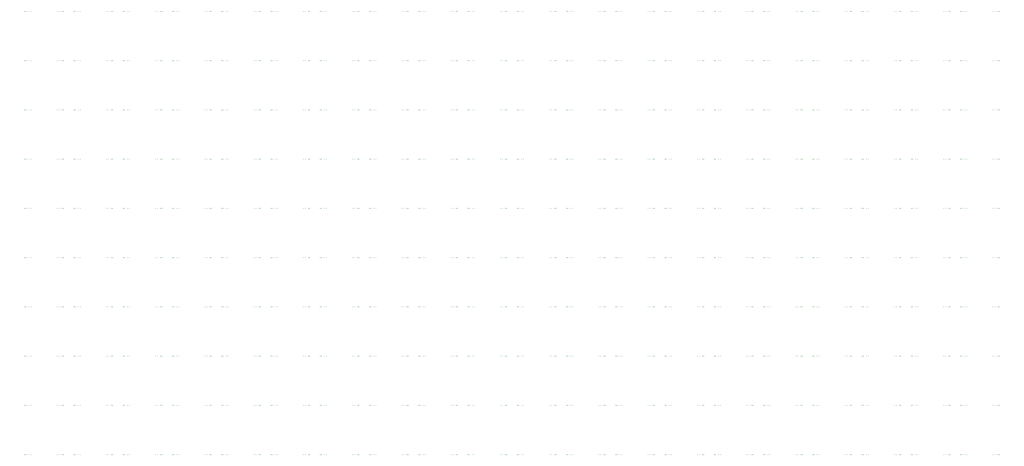
<source format=gtp>
G04 Layer_Color=8421504*
%FSLAX25Y25*%
%MOIN*%
G70*
G01*
G75*
%ADD10R,0.02480X0.01417*%
%ADD11R,0.02362X0.01969*%
D10*
X3022935Y1595698D02*
D03*
X3029117D02*
D03*
X3022935Y1438218D02*
D03*
X3029117D02*
D03*
X3022935Y1280738D02*
D03*
X3029117D02*
D03*
X3022935Y1123258D02*
D03*
X3029117D02*
D03*
X3022935Y965777D02*
D03*
X3029117D02*
D03*
X3022935Y808297D02*
D03*
X3029117D02*
D03*
X3022935Y650816D02*
D03*
X3029117D02*
D03*
X3022935Y493336D02*
D03*
X3029117D02*
D03*
X3022935Y335856D02*
D03*
X3029117D02*
D03*
X3022935Y178376D02*
D03*
X3029117D02*
D03*
X3118796Y1595702D02*
D03*
X3112613D02*
D03*
X3118796Y1438221D02*
D03*
X3112613D02*
D03*
X3118796Y1280741D02*
D03*
X3112613D02*
D03*
X3118796Y1123261D02*
D03*
X3112613D02*
D03*
X3118796Y965780D02*
D03*
X3112613D02*
D03*
X3118796Y808300D02*
D03*
X3112613D02*
D03*
X3118796Y650820D02*
D03*
X3112613D02*
D03*
X3118796Y493339D02*
D03*
X3112613D02*
D03*
X3118796Y335859D02*
D03*
X3112613D02*
D03*
X3118796Y178379D02*
D03*
X3112613D02*
D03*
X2865454Y1595698D02*
D03*
X2871637D02*
D03*
X2865454Y1438218D02*
D03*
X2871637D02*
D03*
X2865454Y1280738D02*
D03*
X2871637D02*
D03*
X2865454Y1123258D02*
D03*
X2871637D02*
D03*
X2865454Y965777D02*
D03*
X2871637D02*
D03*
X2865454Y808297D02*
D03*
X2871637D02*
D03*
X2865454Y650816D02*
D03*
X2871637D02*
D03*
X2865454Y493336D02*
D03*
X2871637D02*
D03*
X2865454Y335856D02*
D03*
X2871637D02*
D03*
X2865454Y178376D02*
D03*
X2871637D02*
D03*
X2961316Y1595702D02*
D03*
X2955133D02*
D03*
X2961316Y1438221D02*
D03*
X2955133D02*
D03*
X2961316Y1280741D02*
D03*
X2955133D02*
D03*
X2961316Y1123261D02*
D03*
X2955133D02*
D03*
X2961316Y965780D02*
D03*
X2955133D02*
D03*
X2961316Y808300D02*
D03*
X2955133D02*
D03*
X2961316Y650820D02*
D03*
X2955133D02*
D03*
X2961316Y493339D02*
D03*
X2955133D02*
D03*
X2961316Y335859D02*
D03*
X2955133D02*
D03*
X2961316Y178379D02*
D03*
X2955133D02*
D03*
X2707974Y1595698D02*
D03*
X2714157D02*
D03*
X2707974Y1438218D02*
D03*
X2714157D02*
D03*
X2707974Y1280738D02*
D03*
X2714157D02*
D03*
X2707974Y1123258D02*
D03*
X2714157D02*
D03*
X2707974Y965777D02*
D03*
X2714157D02*
D03*
X2707974Y808297D02*
D03*
X2714157D02*
D03*
X2707974Y650816D02*
D03*
X2714157D02*
D03*
X2707974Y493336D02*
D03*
X2714157D02*
D03*
X2707974Y335856D02*
D03*
X2714157D02*
D03*
X2707974Y178376D02*
D03*
X2714157D02*
D03*
X2803835Y1595702D02*
D03*
X2797653D02*
D03*
X2803835Y1438221D02*
D03*
X2797653D02*
D03*
X2803835Y1280741D02*
D03*
X2797653D02*
D03*
X2803835Y1123261D02*
D03*
X2797653D02*
D03*
X2803835Y965780D02*
D03*
X2797653D02*
D03*
X2803835Y808300D02*
D03*
X2797653D02*
D03*
X2803835Y650820D02*
D03*
X2797653D02*
D03*
X2803835Y493339D02*
D03*
X2797653D02*
D03*
X2803835Y335859D02*
D03*
X2797653D02*
D03*
X2803835Y178379D02*
D03*
X2797653D02*
D03*
X2550494Y1595698D02*
D03*
X2556676D02*
D03*
X2550494Y1438218D02*
D03*
X2556676D02*
D03*
X2550494Y1280738D02*
D03*
X2556676D02*
D03*
X2550494Y1123258D02*
D03*
X2556676D02*
D03*
X2550494Y965777D02*
D03*
X2556676D02*
D03*
X2550494Y808297D02*
D03*
X2556676D02*
D03*
X2550494Y650816D02*
D03*
X2556676D02*
D03*
X2550494Y493336D02*
D03*
X2556676D02*
D03*
X2550494Y335856D02*
D03*
X2556676D02*
D03*
X2550494Y178376D02*
D03*
X2556676D02*
D03*
X2646355Y1595702D02*
D03*
X2640172D02*
D03*
X2646355Y1438221D02*
D03*
X2640172D02*
D03*
X2646355Y1280741D02*
D03*
X2640172D02*
D03*
X2646355Y1123261D02*
D03*
X2640172D02*
D03*
X2646355Y965780D02*
D03*
X2640172D02*
D03*
X2646355Y808300D02*
D03*
X2640172D02*
D03*
X2646355Y650820D02*
D03*
X2640172D02*
D03*
X2646355Y493339D02*
D03*
X2640172D02*
D03*
X2646355Y335859D02*
D03*
X2640172D02*
D03*
X2646355Y178379D02*
D03*
X2640172D02*
D03*
X2393013Y1595698D02*
D03*
X2399196D02*
D03*
X2393013Y1438218D02*
D03*
X2399196D02*
D03*
X2393013Y1280738D02*
D03*
X2399196D02*
D03*
X2393013Y1123258D02*
D03*
X2399196D02*
D03*
X2393013Y965777D02*
D03*
X2399196D02*
D03*
X2393013Y808297D02*
D03*
X2399196D02*
D03*
X2393013Y650816D02*
D03*
X2399196D02*
D03*
X2393013Y493336D02*
D03*
X2399196D02*
D03*
X2393013Y335856D02*
D03*
X2399196D02*
D03*
X2393013Y178376D02*
D03*
X2399196D02*
D03*
X2488875Y1595702D02*
D03*
X2482692D02*
D03*
X2488875Y1438221D02*
D03*
X2482692D02*
D03*
X2488875Y1280741D02*
D03*
X2482692D02*
D03*
X2488875Y1123261D02*
D03*
X2482692D02*
D03*
X2488875Y965780D02*
D03*
X2482692D02*
D03*
X2488875Y808300D02*
D03*
X2482692D02*
D03*
X2488875Y650820D02*
D03*
X2482692D02*
D03*
X2488875Y493339D02*
D03*
X2482692D02*
D03*
X2488875Y335859D02*
D03*
X2482692D02*
D03*
X2488875Y178379D02*
D03*
X2482692D02*
D03*
X2235533Y1595698D02*
D03*
X2241716D02*
D03*
X2235533Y1438218D02*
D03*
X2241716D02*
D03*
X2235533Y1280738D02*
D03*
X2241716D02*
D03*
X2235533Y1123258D02*
D03*
X2241716D02*
D03*
X2235533Y965777D02*
D03*
X2241716D02*
D03*
X2235533Y808297D02*
D03*
X2241716D02*
D03*
X2235533Y650816D02*
D03*
X2241716D02*
D03*
X2235533Y493336D02*
D03*
X2241716D02*
D03*
X2235533Y335856D02*
D03*
X2241716D02*
D03*
X2235533Y178376D02*
D03*
X2241716D02*
D03*
X2331395Y1595702D02*
D03*
X2325212D02*
D03*
X2331395Y1438221D02*
D03*
X2325212D02*
D03*
X2331395Y1280741D02*
D03*
X2325212D02*
D03*
X2331395Y1123261D02*
D03*
X2325212D02*
D03*
X2331395Y965780D02*
D03*
X2325212D02*
D03*
X2331395Y808300D02*
D03*
X2325212D02*
D03*
X2331395Y650820D02*
D03*
X2325212D02*
D03*
X2331395Y493339D02*
D03*
X2325212D02*
D03*
X2331395Y335859D02*
D03*
X2325212D02*
D03*
X2331395Y178379D02*
D03*
X2325212D02*
D03*
X2078053Y1595698D02*
D03*
X2084236D02*
D03*
X2078053Y1438218D02*
D03*
X2084236D02*
D03*
X2078053Y1280738D02*
D03*
X2084236D02*
D03*
X2078053Y1123258D02*
D03*
X2084236D02*
D03*
X2078053Y965777D02*
D03*
X2084236D02*
D03*
X2078053Y808297D02*
D03*
X2084236D02*
D03*
X2078053Y650816D02*
D03*
X2084236D02*
D03*
X2078053Y493336D02*
D03*
X2084236D02*
D03*
X2078053Y335856D02*
D03*
X2084236D02*
D03*
X2078053Y178376D02*
D03*
X2084236D02*
D03*
X2173914Y1595702D02*
D03*
X2167731D02*
D03*
X2173914Y1438221D02*
D03*
X2167731D02*
D03*
X2173914Y1280741D02*
D03*
X2167731D02*
D03*
X2173914Y1123261D02*
D03*
X2167731D02*
D03*
X2173914Y965780D02*
D03*
X2167731D02*
D03*
X2173914Y808300D02*
D03*
X2167731D02*
D03*
X2173914Y650820D02*
D03*
X2167731D02*
D03*
X2173914Y493339D02*
D03*
X2167731D02*
D03*
X2173914Y335859D02*
D03*
X2167731D02*
D03*
X2173914Y178379D02*
D03*
X2167731D02*
D03*
X1920572Y1595698D02*
D03*
X1926755D02*
D03*
X1920572Y1438218D02*
D03*
X1926755D02*
D03*
X1920572Y1280738D02*
D03*
X1926755D02*
D03*
X1920572Y1123258D02*
D03*
X1926755D02*
D03*
X1920572Y965777D02*
D03*
X1926755D02*
D03*
X1920572Y808297D02*
D03*
X1926755D02*
D03*
X1920572Y650816D02*
D03*
X1926755D02*
D03*
X1920572Y493336D02*
D03*
X1926755D02*
D03*
X1920572Y335856D02*
D03*
X1926755D02*
D03*
X1920572Y178376D02*
D03*
X1926755D02*
D03*
X2016434Y1595702D02*
D03*
X2010251D02*
D03*
X2016434Y1438221D02*
D03*
X2010251D02*
D03*
X2016434Y1280741D02*
D03*
X2010251D02*
D03*
X2016434Y1123261D02*
D03*
X2010251D02*
D03*
X2016434Y965780D02*
D03*
X2010251D02*
D03*
X2016434Y808300D02*
D03*
X2010251D02*
D03*
X2016434Y650820D02*
D03*
X2010251D02*
D03*
X2016434Y493339D02*
D03*
X2010251D02*
D03*
X2016434Y335859D02*
D03*
X2010251D02*
D03*
X2016434Y178379D02*
D03*
X2010251D02*
D03*
X1763092Y1595698D02*
D03*
X1769275D02*
D03*
X1763092Y1438218D02*
D03*
X1769275D02*
D03*
X1763092Y1280738D02*
D03*
X1769275D02*
D03*
X1763092Y1123258D02*
D03*
X1769275D02*
D03*
X1763092Y965777D02*
D03*
X1769275D02*
D03*
X1763092Y808297D02*
D03*
X1769275D02*
D03*
X1763092Y650816D02*
D03*
X1769275D02*
D03*
X1763092Y493336D02*
D03*
X1769275D02*
D03*
X1763092Y335856D02*
D03*
X1769275D02*
D03*
X1763092Y178376D02*
D03*
X1769275D02*
D03*
X1858954Y1595702D02*
D03*
X1852771D02*
D03*
X1858954Y1438221D02*
D03*
X1852771D02*
D03*
X1858954Y1280741D02*
D03*
X1852771D02*
D03*
X1858954Y1123261D02*
D03*
X1852771D02*
D03*
X1858954Y965780D02*
D03*
X1852771D02*
D03*
X1858954Y808300D02*
D03*
X1852771D02*
D03*
X1858954Y650820D02*
D03*
X1852771D02*
D03*
X1858954Y493339D02*
D03*
X1852771D02*
D03*
X1858954Y335859D02*
D03*
X1852771D02*
D03*
X1858954Y178379D02*
D03*
X1852771D02*
D03*
X1605612Y1595698D02*
D03*
X1611794D02*
D03*
X1605612Y1438218D02*
D03*
X1611794D02*
D03*
X1605612Y1280738D02*
D03*
X1611794D02*
D03*
X1605612Y1123258D02*
D03*
X1611794D02*
D03*
X1605612Y965777D02*
D03*
X1611794D02*
D03*
X1605612Y808297D02*
D03*
X1611794D02*
D03*
X1605612Y650816D02*
D03*
X1611794D02*
D03*
X1605612Y493336D02*
D03*
X1611794D02*
D03*
X1605612Y335856D02*
D03*
X1611794D02*
D03*
X1605612Y178376D02*
D03*
X1611794D02*
D03*
X1701473Y1595702D02*
D03*
X1695291D02*
D03*
X1701473Y1438221D02*
D03*
X1695291D02*
D03*
X1701473Y1280741D02*
D03*
X1695291D02*
D03*
X1701473Y1123261D02*
D03*
X1695291D02*
D03*
X1701473Y965780D02*
D03*
X1695291D02*
D03*
X1701473Y808300D02*
D03*
X1695291D02*
D03*
X1701473Y650820D02*
D03*
X1695291D02*
D03*
X1701473Y493339D02*
D03*
X1695291D02*
D03*
X1701473Y335859D02*
D03*
X1695291D02*
D03*
X1701473Y178379D02*
D03*
X1695291D02*
D03*
X1448131Y1595698D02*
D03*
X1454314D02*
D03*
X1448131Y1438218D02*
D03*
X1454314D02*
D03*
X1448131Y1280738D02*
D03*
X1454314D02*
D03*
X1448131Y1123258D02*
D03*
X1454314D02*
D03*
X1448131Y965777D02*
D03*
X1454314D02*
D03*
X1448131Y808297D02*
D03*
X1454314D02*
D03*
X1448131Y650816D02*
D03*
X1454314D02*
D03*
X1448131Y493336D02*
D03*
X1454314D02*
D03*
X1448131Y335856D02*
D03*
X1454314D02*
D03*
X1448131Y178376D02*
D03*
X1454314D02*
D03*
X1543993Y1595702D02*
D03*
X1537810D02*
D03*
X1543993Y1438221D02*
D03*
X1537810D02*
D03*
X1543993Y1280741D02*
D03*
X1537810D02*
D03*
X1543993Y1123261D02*
D03*
X1537810D02*
D03*
X1543993Y965780D02*
D03*
X1537810D02*
D03*
X1543993Y808300D02*
D03*
X1537810D02*
D03*
X1543993Y650820D02*
D03*
X1537810D02*
D03*
X1543993Y493339D02*
D03*
X1537810D02*
D03*
X1543993Y335859D02*
D03*
X1537810D02*
D03*
X1543993Y178379D02*
D03*
X1537810D02*
D03*
X1290651Y1595698D02*
D03*
X1296834D02*
D03*
X1290651Y1438218D02*
D03*
X1296834D02*
D03*
X1290651Y1280738D02*
D03*
X1296834D02*
D03*
X1290651Y1123258D02*
D03*
X1296834D02*
D03*
X1290651Y965777D02*
D03*
X1296834D02*
D03*
X1290651Y808297D02*
D03*
X1296834D02*
D03*
X1290651Y650816D02*
D03*
X1296834D02*
D03*
X1290651Y493336D02*
D03*
X1296834D02*
D03*
X1290651Y335856D02*
D03*
X1296834D02*
D03*
X1290651Y178376D02*
D03*
X1296834D02*
D03*
X1386513Y1595702D02*
D03*
X1380330D02*
D03*
X1386513Y1438221D02*
D03*
X1380330D02*
D03*
X1386513Y1280741D02*
D03*
X1380330D02*
D03*
X1386513Y1123261D02*
D03*
X1380330D02*
D03*
X1386513Y965780D02*
D03*
X1380330D02*
D03*
X1386513Y808300D02*
D03*
X1380330D02*
D03*
X1386513Y650820D02*
D03*
X1380330D02*
D03*
X1386513Y493339D02*
D03*
X1380330D02*
D03*
X1386513Y335859D02*
D03*
X1380330D02*
D03*
X1386513Y178379D02*
D03*
X1380330D02*
D03*
X1133171Y1595698D02*
D03*
X1139354D02*
D03*
X1133171Y1438218D02*
D03*
X1139354D02*
D03*
X1133171Y1280738D02*
D03*
X1139354D02*
D03*
X1133171Y1123258D02*
D03*
X1139354D02*
D03*
X1133171Y965777D02*
D03*
X1139354D02*
D03*
X1133171Y808297D02*
D03*
X1139354D02*
D03*
X1133171Y650816D02*
D03*
X1139354D02*
D03*
X1133171Y493336D02*
D03*
X1139354D02*
D03*
X1133171Y335856D02*
D03*
X1139354D02*
D03*
X1133171Y178376D02*
D03*
X1139354D02*
D03*
X1229032Y1595702D02*
D03*
X1222849D02*
D03*
X1229032Y1438221D02*
D03*
X1222849D02*
D03*
X1229032Y1280741D02*
D03*
X1222849D02*
D03*
X1229032Y1123261D02*
D03*
X1222849D02*
D03*
X1229032Y965780D02*
D03*
X1222849D02*
D03*
X1229032Y808300D02*
D03*
X1222849D02*
D03*
X1229032Y650820D02*
D03*
X1222849D02*
D03*
X1229032Y493339D02*
D03*
X1222849D02*
D03*
X1229032Y335859D02*
D03*
X1222849D02*
D03*
X1229032Y178379D02*
D03*
X1222849D02*
D03*
X975690Y1595698D02*
D03*
X981873D02*
D03*
X975690Y1438218D02*
D03*
X981873D02*
D03*
X975690Y1280738D02*
D03*
X981873D02*
D03*
X975690Y1123258D02*
D03*
X981873D02*
D03*
X975690Y965777D02*
D03*
X981873D02*
D03*
X975690Y808297D02*
D03*
X981873D02*
D03*
X975690Y650816D02*
D03*
X981873D02*
D03*
X975690Y493336D02*
D03*
X981873D02*
D03*
X975690Y335856D02*
D03*
X981873D02*
D03*
X975690Y178376D02*
D03*
X981873D02*
D03*
X1071552Y1595702D02*
D03*
X1065369D02*
D03*
X1071552Y1438221D02*
D03*
X1065369D02*
D03*
X1071552Y1280741D02*
D03*
X1065369D02*
D03*
X1071552Y1123261D02*
D03*
X1065369D02*
D03*
X1071552Y965780D02*
D03*
X1065369D02*
D03*
X1071552Y808300D02*
D03*
X1065369D02*
D03*
X1071552Y650820D02*
D03*
X1065369D02*
D03*
X1071552Y493339D02*
D03*
X1065369D02*
D03*
X1071552Y335859D02*
D03*
X1065369D02*
D03*
X1071552Y178379D02*
D03*
X1065369D02*
D03*
X818210Y1595698D02*
D03*
X824393D02*
D03*
X818210Y1438218D02*
D03*
X824393D02*
D03*
X818210Y1280738D02*
D03*
X824393D02*
D03*
X818210Y1123258D02*
D03*
X824393D02*
D03*
X818210Y965777D02*
D03*
X824393D02*
D03*
X818210Y808297D02*
D03*
X824393D02*
D03*
X818210Y650816D02*
D03*
X824393D02*
D03*
X818210Y493336D02*
D03*
X824393D02*
D03*
X818210Y335856D02*
D03*
X824393D02*
D03*
X818210Y178376D02*
D03*
X824393D02*
D03*
X914072Y1595702D02*
D03*
X907889D02*
D03*
X914072Y1438221D02*
D03*
X907889D02*
D03*
X914072Y1280741D02*
D03*
X907889D02*
D03*
X914072Y1123261D02*
D03*
X907889D02*
D03*
X914072Y965780D02*
D03*
X907889D02*
D03*
X914072Y808300D02*
D03*
X907889D02*
D03*
X914072Y650820D02*
D03*
X907889D02*
D03*
X914072Y493339D02*
D03*
X907889D02*
D03*
X914072Y335859D02*
D03*
X907889D02*
D03*
X914072Y178379D02*
D03*
X907889D02*
D03*
X660730Y1595698D02*
D03*
X666913D02*
D03*
X660730Y1438218D02*
D03*
X666913D02*
D03*
X660730Y1280738D02*
D03*
X666913D02*
D03*
X660730Y1123258D02*
D03*
X666913D02*
D03*
X660730Y965777D02*
D03*
X666913D02*
D03*
X660730Y808297D02*
D03*
X666913D02*
D03*
X660730Y650816D02*
D03*
X666913D02*
D03*
X660730Y493336D02*
D03*
X666913D02*
D03*
X660730Y335856D02*
D03*
X666913D02*
D03*
X660730Y178376D02*
D03*
X666913D02*
D03*
X756591Y1595702D02*
D03*
X750409D02*
D03*
X756591Y1438221D02*
D03*
X750409D02*
D03*
X756591Y1280741D02*
D03*
X750409D02*
D03*
X756591Y1123261D02*
D03*
X750409D02*
D03*
X756591Y965780D02*
D03*
X750409D02*
D03*
X756591Y808300D02*
D03*
X750409D02*
D03*
X756591Y650820D02*
D03*
X750409D02*
D03*
X756591Y493339D02*
D03*
X750409D02*
D03*
X756591Y335859D02*
D03*
X750409D02*
D03*
X756591Y178379D02*
D03*
X750409D02*
D03*
X503250Y1595698D02*
D03*
X509432D02*
D03*
X503250Y1438218D02*
D03*
X509432D02*
D03*
X503250Y1280738D02*
D03*
X509432D02*
D03*
X503250Y1123258D02*
D03*
X509432D02*
D03*
X503250Y965777D02*
D03*
X509432D02*
D03*
X503250Y808297D02*
D03*
X509432D02*
D03*
X503250Y650816D02*
D03*
X509432D02*
D03*
X503250Y493336D02*
D03*
X509432D02*
D03*
X503250Y335856D02*
D03*
X509432D02*
D03*
X503250Y178376D02*
D03*
X509432D02*
D03*
X599111Y1595702D02*
D03*
X592928D02*
D03*
X599111Y1438221D02*
D03*
X592928D02*
D03*
X599111Y1280741D02*
D03*
X592928D02*
D03*
X599111Y1123261D02*
D03*
X592928D02*
D03*
X599111Y965780D02*
D03*
X592928D02*
D03*
X599111Y808300D02*
D03*
X592928D02*
D03*
X599111Y650820D02*
D03*
X592928D02*
D03*
X599111Y493339D02*
D03*
X592928D02*
D03*
X599111Y335859D02*
D03*
X592928D02*
D03*
X599111Y178379D02*
D03*
X592928D02*
D03*
X345769Y1595698D02*
D03*
X351952D02*
D03*
X345769Y1438218D02*
D03*
X351952D02*
D03*
X345769Y1280738D02*
D03*
X351952D02*
D03*
X345769Y1123258D02*
D03*
X351952D02*
D03*
X345769Y965777D02*
D03*
X351952D02*
D03*
X345769Y808297D02*
D03*
X351952D02*
D03*
X345769Y650816D02*
D03*
X351952D02*
D03*
X345769Y493336D02*
D03*
X351952D02*
D03*
X345769Y335856D02*
D03*
X351952D02*
D03*
X345769Y178376D02*
D03*
X351952D02*
D03*
X441631Y1595702D02*
D03*
X435448D02*
D03*
X441631Y1438221D02*
D03*
X435448D02*
D03*
X441631Y1280741D02*
D03*
X435448D02*
D03*
X441631Y1123261D02*
D03*
X435448D02*
D03*
X441631Y965780D02*
D03*
X435448D02*
D03*
X441631Y808300D02*
D03*
X435448D02*
D03*
X441631Y650820D02*
D03*
X435448D02*
D03*
X441631Y493339D02*
D03*
X435448D02*
D03*
X441631Y335859D02*
D03*
X435448D02*
D03*
X441631Y178379D02*
D03*
X435448D02*
D03*
X188289Y1595698D02*
D03*
X194472D02*
D03*
X188289Y1438218D02*
D03*
X194472D02*
D03*
X188289Y1280738D02*
D03*
X194472D02*
D03*
X188289Y1123258D02*
D03*
X194472D02*
D03*
X188289Y965777D02*
D03*
X194472D02*
D03*
X188289Y808297D02*
D03*
X194472D02*
D03*
X188289Y650816D02*
D03*
X194472D02*
D03*
X188289Y493336D02*
D03*
X194472D02*
D03*
X188289Y335856D02*
D03*
X194472D02*
D03*
X188289Y178376D02*
D03*
X194472D02*
D03*
X284151Y1595702D02*
D03*
X277968D02*
D03*
X284151Y1438221D02*
D03*
X277968D02*
D03*
X284151Y1280741D02*
D03*
X277968D02*
D03*
X284151Y1123261D02*
D03*
X277968D02*
D03*
X284151Y965780D02*
D03*
X277968D02*
D03*
X284151Y808300D02*
D03*
X277968D02*
D03*
X284151Y650820D02*
D03*
X277968D02*
D03*
X284151Y493339D02*
D03*
X277968D02*
D03*
X284151Y335859D02*
D03*
X277968D02*
D03*
X284151Y178379D02*
D03*
X277968D02*
D03*
X126670D02*
D03*
X120487D02*
D03*
X126670Y335859D02*
D03*
X120487D02*
D03*
X126670Y493339D02*
D03*
X120487D02*
D03*
X126670Y650820D02*
D03*
X120487D02*
D03*
X126670Y808300D02*
D03*
X120487D02*
D03*
X126670Y965780D02*
D03*
X120487D02*
D03*
X126670Y1123261D02*
D03*
X120487D02*
D03*
X126670Y1280741D02*
D03*
X120487D02*
D03*
X126670Y1438221D02*
D03*
X120487D02*
D03*
X126670Y1595702D02*
D03*
X120487D02*
D03*
X30809Y178376D02*
D03*
X36991D02*
D03*
X30809Y335856D02*
D03*
X36991D02*
D03*
X30809Y493336D02*
D03*
X36991D02*
D03*
X30809Y650816D02*
D03*
X36991D02*
D03*
X30809Y808297D02*
D03*
X36991D02*
D03*
X30809Y965777D02*
D03*
X36991D02*
D03*
X30809Y1123258D02*
D03*
X36991D02*
D03*
X30809Y1280738D02*
D03*
X36991D02*
D03*
X30809Y1438218D02*
D03*
X36991D02*
D03*
X30809Y1595698D02*
D03*
X36991D02*
D03*
D11*
X3012995Y1595698D02*
D03*
X3009057D02*
D03*
X3012995Y1438218D02*
D03*
X3009057D02*
D03*
X3012995Y1280738D02*
D03*
X3009057D02*
D03*
X3012995Y1123258D02*
D03*
X3009057D02*
D03*
X3012995Y965777D02*
D03*
X3009057D02*
D03*
X3012995Y808297D02*
D03*
X3009057D02*
D03*
X3012995Y650816D02*
D03*
X3009057D02*
D03*
X3012995Y493336D02*
D03*
X3009057D02*
D03*
X3012995Y335856D02*
D03*
X3009057D02*
D03*
X3012995Y178376D02*
D03*
X3009057D02*
D03*
X3128736Y1595702D02*
D03*
X3132673D02*
D03*
X3128736Y1438221D02*
D03*
X3132673D02*
D03*
X3128736Y1280741D02*
D03*
X3132673D02*
D03*
X3128736Y1123261D02*
D03*
X3132673D02*
D03*
X3128736Y965780D02*
D03*
X3132673D02*
D03*
X3128736Y808300D02*
D03*
X3132673D02*
D03*
X3128736Y650820D02*
D03*
X3132673D02*
D03*
X3128736Y493339D02*
D03*
X3132673D02*
D03*
X3128736Y335859D02*
D03*
X3132673D02*
D03*
X3128736Y178379D02*
D03*
X3132673D02*
D03*
X2855514Y1595698D02*
D03*
X2851577D02*
D03*
X2855514Y1438218D02*
D03*
X2851577D02*
D03*
X2855514Y1280738D02*
D03*
X2851577D02*
D03*
X2855514Y1123258D02*
D03*
X2851577D02*
D03*
X2855514Y965777D02*
D03*
X2851577D02*
D03*
X2855514Y808297D02*
D03*
X2851577D02*
D03*
X2855514Y650816D02*
D03*
X2851577D02*
D03*
X2855514Y493336D02*
D03*
X2851577D02*
D03*
X2855514Y335856D02*
D03*
X2851577D02*
D03*
X2855514Y178376D02*
D03*
X2851577D02*
D03*
X2971256Y1595702D02*
D03*
X2975193D02*
D03*
X2971256Y1438221D02*
D03*
X2975193D02*
D03*
X2971256Y1280741D02*
D03*
X2975193D02*
D03*
X2971256Y1123261D02*
D03*
X2975193D02*
D03*
X2971256Y965780D02*
D03*
X2975193D02*
D03*
X2971256Y808300D02*
D03*
X2975193D02*
D03*
X2971256Y650820D02*
D03*
X2975193D02*
D03*
X2971256Y493339D02*
D03*
X2975193D02*
D03*
X2971256Y335859D02*
D03*
X2975193D02*
D03*
X2971256Y178379D02*
D03*
X2975193D02*
D03*
X2698034Y1595698D02*
D03*
X2694097D02*
D03*
X2698034Y1438218D02*
D03*
X2694097D02*
D03*
X2698034Y1280738D02*
D03*
X2694097D02*
D03*
X2698034Y1123258D02*
D03*
X2694097D02*
D03*
X2698034Y965777D02*
D03*
X2694097D02*
D03*
X2698034Y808297D02*
D03*
X2694097D02*
D03*
X2698034Y650816D02*
D03*
X2694097D02*
D03*
X2698034Y493336D02*
D03*
X2694097D02*
D03*
X2698034Y335856D02*
D03*
X2694097D02*
D03*
X2698034Y178376D02*
D03*
X2694097D02*
D03*
X2813776Y1595702D02*
D03*
X2817713D02*
D03*
X2813776Y1438221D02*
D03*
X2817713D02*
D03*
X2813776Y1280741D02*
D03*
X2817713D02*
D03*
X2813776Y1123261D02*
D03*
X2817713D02*
D03*
X2813776Y965780D02*
D03*
X2817713D02*
D03*
X2813776Y808300D02*
D03*
X2817713D02*
D03*
X2813776Y650820D02*
D03*
X2817713D02*
D03*
X2813776Y493339D02*
D03*
X2817713D02*
D03*
X2813776Y335859D02*
D03*
X2817713D02*
D03*
X2813776Y178379D02*
D03*
X2817713D02*
D03*
X2540554Y1595698D02*
D03*
X2536617D02*
D03*
X2540554Y1438218D02*
D03*
X2536617D02*
D03*
X2540554Y1280738D02*
D03*
X2536617D02*
D03*
X2540554Y1123258D02*
D03*
X2536617D02*
D03*
X2540554Y965777D02*
D03*
X2536617D02*
D03*
X2540554Y808297D02*
D03*
X2536617D02*
D03*
X2540554Y650816D02*
D03*
X2536617D02*
D03*
X2540554Y493336D02*
D03*
X2536617D02*
D03*
X2540554Y335856D02*
D03*
X2536617D02*
D03*
X2540554Y178376D02*
D03*
X2536617D02*
D03*
X2656295Y1595702D02*
D03*
X2660232D02*
D03*
X2656295Y1438221D02*
D03*
X2660232D02*
D03*
X2656295Y1280741D02*
D03*
X2660232D02*
D03*
X2656295Y1123261D02*
D03*
X2660232D02*
D03*
X2656295Y965780D02*
D03*
X2660232D02*
D03*
X2656295Y808300D02*
D03*
X2660232D02*
D03*
X2656295Y650820D02*
D03*
X2660232D02*
D03*
X2656295Y493339D02*
D03*
X2660232D02*
D03*
X2656295Y335859D02*
D03*
X2660232D02*
D03*
X2656295Y178379D02*
D03*
X2660232D02*
D03*
X2383073Y1595698D02*
D03*
X2379136D02*
D03*
X2383073Y1438218D02*
D03*
X2379136D02*
D03*
X2383073Y1280738D02*
D03*
X2379136D02*
D03*
X2383073Y1123258D02*
D03*
X2379136D02*
D03*
X2383073Y965777D02*
D03*
X2379136D02*
D03*
X2383073Y808297D02*
D03*
X2379136D02*
D03*
X2383073Y650816D02*
D03*
X2379136D02*
D03*
X2383073Y493336D02*
D03*
X2379136D02*
D03*
X2383073Y335856D02*
D03*
X2379136D02*
D03*
X2383073Y178376D02*
D03*
X2379136D02*
D03*
X2498815Y1595702D02*
D03*
X2502752D02*
D03*
X2498815Y1438221D02*
D03*
X2502752D02*
D03*
X2498815Y1280741D02*
D03*
X2502752D02*
D03*
X2498815Y1123261D02*
D03*
X2502752D02*
D03*
X2498815Y965780D02*
D03*
X2502752D02*
D03*
X2498815Y808300D02*
D03*
X2502752D02*
D03*
X2498815Y650820D02*
D03*
X2502752D02*
D03*
X2498815Y493339D02*
D03*
X2502752D02*
D03*
X2498815Y335859D02*
D03*
X2502752D02*
D03*
X2498815Y178379D02*
D03*
X2502752D02*
D03*
X2225593Y1595698D02*
D03*
X2221656D02*
D03*
X2225593Y1438218D02*
D03*
X2221656D02*
D03*
X2225593Y1280738D02*
D03*
X2221656D02*
D03*
X2225593Y1123258D02*
D03*
X2221656D02*
D03*
X2225593Y965777D02*
D03*
X2221656D02*
D03*
X2225593Y808297D02*
D03*
X2221656D02*
D03*
X2225593Y650816D02*
D03*
X2221656D02*
D03*
X2225593Y493336D02*
D03*
X2221656D02*
D03*
X2225593Y335856D02*
D03*
X2221656D02*
D03*
X2225593Y178376D02*
D03*
X2221656D02*
D03*
X2341335Y1595702D02*
D03*
X2345272D02*
D03*
X2341335Y1438221D02*
D03*
X2345272D02*
D03*
X2341335Y1280741D02*
D03*
X2345272D02*
D03*
X2341335Y1123261D02*
D03*
X2345272D02*
D03*
X2341335Y965780D02*
D03*
X2345272D02*
D03*
X2341335Y808300D02*
D03*
X2345272D02*
D03*
X2341335Y650820D02*
D03*
X2345272D02*
D03*
X2341335Y493339D02*
D03*
X2345272D02*
D03*
X2341335Y335859D02*
D03*
X2345272D02*
D03*
X2341335Y178379D02*
D03*
X2345272D02*
D03*
X2068113Y1595698D02*
D03*
X2064176D02*
D03*
X2068113Y1438218D02*
D03*
X2064176D02*
D03*
X2068113Y1280738D02*
D03*
X2064176D02*
D03*
X2068113Y1123258D02*
D03*
X2064176D02*
D03*
X2068113Y965777D02*
D03*
X2064176D02*
D03*
X2068113Y808297D02*
D03*
X2064176D02*
D03*
X2068113Y650816D02*
D03*
X2064176D02*
D03*
X2068113Y493336D02*
D03*
X2064176D02*
D03*
X2068113Y335856D02*
D03*
X2064176D02*
D03*
X2068113Y178376D02*
D03*
X2064176D02*
D03*
X2183854Y1595702D02*
D03*
X2187791D02*
D03*
X2183854Y1438221D02*
D03*
X2187791D02*
D03*
X2183854Y1280741D02*
D03*
X2187791D02*
D03*
X2183854Y1123261D02*
D03*
X2187791D02*
D03*
X2183854Y965780D02*
D03*
X2187791D02*
D03*
X2183854Y808300D02*
D03*
X2187791D02*
D03*
X2183854Y650820D02*
D03*
X2187791D02*
D03*
X2183854Y493339D02*
D03*
X2187791D02*
D03*
X2183854Y335859D02*
D03*
X2187791D02*
D03*
X2183854Y178379D02*
D03*
X2187791D02*
D03*
X1910632Y1595698D02*
D03*
X1906695D02*
D03*
X1910632Y1438218D02*
D03*
X1906695D02*
D03*
X1910632Y1280738D02*
D03*
X1906695D02*
D03*
X1910632Y1123258D02*
D03*
X1906695D02*
D03*
X1910632Y965777D02*
D03*
X1906695D02*
D03*
X1910632Y808297D02*
D03*
X1906695D02*
D03*
X1910632Y650816D02*
D03*
X1906695D02*
D03*
X1910632Y493336D02*
D03*
X1906695D02*
D03*
X1910632Y335856D02*
D03*
X1906695D02*
D03*
X1910632Y178376D02*
D03*
X1906695D02*
D03*
X2026374Y1595702D02*
D03*
X2030311D02*
D03*
X2026374Y1438221D02*
D03*
X2030311D02*
D03*
X2026374Y1280741D02*
D03*
X2030311D02*
D03*
X2026374Y1123261D02*
D03*
X2030311D02*
D03*
X2026374Y965780D02*
D03*
X2030311D02*
D03*
X2026374Y808300D02*
D03*
X2030311D02*
D03*
X2026374Y650820D02*
D03*
X2030311D02*
D03*
X2026374Y493339D02*
D03*
X2030311D02*
D03*
X2026374Y335859D02*
D03*
X2030311D02*
D03*
X2026374Y178379D02*
D03*
X2030311D02*
D03*
X1753152Y1595698D02*
D03*
X1749215D02*
D03*
X1753152Y1438218D02*
D03*
X1749215D02*
D03*
X1753152Y1280738D02*
D03*
X1749215D02*
D03*
X1753152Y1123258D02*
D03*
X1749215D02*
D03*
X1753152Y965777D02*
D03*
X1749215D02*
D03*
X1753152Y808297D02*
D03*
X1749215D02*
D03*
X1753152Y650816D02*
D03*
X1749215D02*
D03*
X1753152Y493336D02*
D03*
X1749215D02*
D03*
X1753152Y335856D02*
D03*
X1749215D02*
D03*
X1753152Y178376D02*
D03*
X1749215D02*
D03*
X1868894Y1595702D02*
D03*
X1872831D02*
D03*
X1868894Y1438221D02*
D03*
X1872831D02*
D03*
X1868894Y1280741D02*
D03*
X1872831D02*
D03*
X1868894Y1123261D02*
D03*
X1872831D02*
D03*
X1868894Y965780D02*
D03*
X1872831D02*
D03*
X1868894Y808300D02*
D03*
X1872831D02*
D03*
X1868894Y650820D02*
D03*
X1872831D02*
D03*
X1868894Y493339D02*
D03*
X1872831D02*
D03*
X1868894Y335859D02*
D03*
X1872831D02*
D03*
X1868894Y178379D02*
D03*
X1872831D02*
D03*
X1595672Y1595698D02*
D03*
X1591735D02*
D03*
X1595672Y1438218D02*
D03*
X1591735D02*
D03*
X1595672Y1280738D02*
D03*
X1591735D02*
D03*
X1595672Y1123258D02*
D03*
X1591735D02*
D03*
X1595672Y965777D02*
D03*
X1591735D02*
D03*
X1595672Y808297D02*
D03*
X1591735D02*
D03*
X1595672Y650816D02*
D03*
X1591735D02*
D03*
X1595672Y493336D02*
D03*
X1591735D02*
D03*
X1595672Y335856D02*
D03*
X1591735D02*
D03*
X1595672Y178376D02*
D03*
X1591735D02*
D03*
X1711413Y1595702D02*
D03*
X1715350D02*
D03*
X1711413Y1438221D02*
D03*
X1715350D02*
D03*
X1711413Y1280741D02*
D03*
X1715350D02*
D03*
X1711413Y1123261D02*
D03*
X1715350D02*
D03*
X1711413Y965780D02*
D03*
X1715350D02*
D03*
X1711413Y808300D02*
D03*
X1715350D02*
D03*
X1711413Y650820D02*
D03*
X1715350D02*
D03*
X1711413Y493339D02*
D03*
X1715350D02*
D03*
X1711413Y335859D02*
D03*
X1715350D02*
D03*
X1711413Y178379D02*
D03*
X1715350D02*
D03*
X1438191Y1595698D02*
D03*
X1434254D02*
D03*
X1438191Y1438218D02*
D03*
X1434254D02*
D03*
X1438191Y1280738D02*
D03*
X1434254D02*
D03*
X1438191Y1123258D02*
D03*
X1434254D02*
D03*
X1438191Y965777D02*
D03*
X1434254D02*
D03*
X1438191Y808297D02*
D03*
X1434254D02*
D03*
X1438191Y650816D02*
D03*
X1434254D02*
D03*
X1438191Y493336D02*
D03*
X1434254D02*
D03*
X1438191Y335856D02*
D03*
X1434254D02*
D03*
X1438191Y178376D02*
D03*
X1434254D02*
D03*
X1553933Y1595702D02*
D03*
X1557870D02*
D03*
X1553933Y1438221D02*
D03*
X1557870D02*
D03*
X1553933Y1280741D02*
D03*
X1557870D02*
D03*
X1553933Y1123261D02*
D03*
X1557870D02*
D03*
X1553933Y965780D02*
D03*
X1557870D02*
D03*
X1553933Y808300D02*
D03*
X1557870D02*
D03*
X1553933Y650820D02*
D03*
X1557870D02*
D03*
X1553933Y493339D02*
D03*
X1557870D02*
D03*
X1553933Y335859D02*
D03*
X1557870D02*
D03*
X1553933Y178379D02*
D03*
X1557870D02*
D03*
X1280711Y1595698D02*
D03*
X1276774D02*
D03*
X1280711Y1438218D02*
D03*
X1276774D02*
D03*
X1280711Y1280738D02*
D03*
X1276774D02*
D03*
X1280711Y1123258D02*
D03*
X1276774D02*
D03*
X1280711Y965777D02*
D03*
X1276774D02*
D03*
X1280711Y808297D02*
D03*
X1276774D02*
D03*
X1280711Y650816D02*
D03*
X1276774D02*
D03*
X1280711Y493336D02*
D03*
X1276774D02*
D03*
X1280711Y335856D02*
D03*
X1276774D02*
D03*
X1280711Y178376D02*
D03*
X1276774D02*
D03*
X1396453Y1595702D02*
D03*
X1400390D02*
D03*
X1396453Y1438221D02*
D03*
X1400390D02*
D03*
X1396453Y1280741D02*
D03*
X1400390D02*
D03*
X1396453Y1123261D02*
D03*
X1400390D02*
D03*
X1396453Y965780D02*
D03*
X1400390D02*
D03*
X1396453Y808300D02*
D03*
X1400390D02*
D03*
X1396453Y650820D02*
D03*
X1400390D02*
D03*
X1396453Y493339D02*
D03*
X1400390D02*
D03*
X1396453Y335859D02*
D03*
X1400390D02*
D03*
X1396453Y178379D02*
D03*
X1400390D02*
D03*
X1123231Y1595698D02*
D03*
X1119294D02*
D03*
X1123231Y1438218D02*
D03*
X1119294D02*
D03*
X1123231Y1280738D02*
D03*
X1119294D02*
D03*
X1123231Y1123258D02*
D03*
X1119294D02*
D03*
X1123231Y965777D02*
D03*
X1119294D02*
D03*
X1123231Y808297D02*
D03*
X1119294D02*
D03*
X1123231Y650816D02*
D03*
X1119294D02*
D03*
X1123231Y493336D02*
D03*
X1119294D02*
D03*
X1123231Y335856D02*
D03*
X1119294D02*
D03*
X1123231Y178376D02*
D03*
X1119294D02*
D03*
X1238972Y1595702D02*
D03*
X1242909D02*
D03*
X1238972Y1438221D02*
D03*
X1242909D02*
D03*
X1238972Y1280741D02*
D03*
X1242909D02*
D03*
X1238972Y1123261D02*
D03*
X1242909D02*
D03*
X1238972Y965780D02*
D03*
X1242909D02*
D03*
X1238972Y808300D02*
D03*
X1242909D02*
D03*
X1238972Y650820D02*
D03*
X1242909D02*
D03*
X1238972Y493339D02*
D03*
X1242909D02*
D03*
X1238972Y335859D02*
D03*
X1242909D02*
D03*
X1238972Y178379D02*
D03*
X1242909D02*
D03*
X965750Y1595698D02*
D03*
X961813D02*
D03*
X965750Y1438218D02*
D03*
X961813D02*
D03*
X965750Y1280738D02*
D03*
X961813D02*
D03*
X965750Y1123258D02*
D03*
X961813D02*
D03*
X965750Y965777D02*
D03*
X961813D02*
D03*
X965750Y808297D02*
D03*
X961813D02*
D03*
X965750Y650816D02*
D03*
X961813D02*
D03*
X965750Y493336D02*
D03*
X961813D02*
D03*
X965750Y335856D02*
D03*
X961813D02*
D03*
X965750Y178376D02*
D03*
X961813D02*
D03*
X1081492Y1595702D02*
D03*
X1085429D02*
D03*
X1081492Y1438221D02*
D03*
X1085429D02*
D03*
X1081492Y1280741D02*
D03*
X1085429D02*
D03*
X1081492Y1123261D02*
D03*
X1085429D02*
D03*
X1081492Y965780D02*
D03*
X1085429D02*
D03*
X1081492Y808300D02*
D03*
X1085429D02*
D03*
X1081492Y650820D02*
D03*
X1085429D02*
D03*
X1081492Y493339D02*
D03*
X1085429D02*
D03*
X1081492Y335859D02*
D03*
X1085429D02*
D03*
X1081492Y178379D02*
D03*
X1085429D02*
D03*
X808270Y1595698D02*
D03*
X804333D02*
D03*
X808270Y1438218D02*
D03*
X804333D02*
D03*
X808270Y1280738D02*
D03*
X804333D02*
D03*
X808270Y1123258D02*
D03*
X804333D02*
D03*
X808270Y965777D02*
D03*
X804333D02*
D03*
X808270Y808297D02*
D03*
X804333D02*
D03*
X808270Y650816D02*
D03*
X804333D02*
D03*
X808270Y493336D02*
D03*
X804333D02*
D03*
X808270Y335856D02*
D03*
X804333D02*
D03*
X808270Y178376D02*
D03*
X804333D02*
D03*
X924012Y1595702D02*
D03*
X927949D02*
D03*
X924012Y1438221D02*
D03*
X927949D02*
D03*
X924012Y1280741D02*
D03*
X927949D02*
D03*
X924012Y1123261D02*
D03*
X927949D02*
D03*
X924012Y965780D02*
D03*
X927949D02*
D03*
X924012Y808300D02*
D03*
X927949D02*
D03*
X924012Y650820D02*
D03*
X927949D02*
D03*
X924012Y493339D02*
D03*
X927949D02*
D03*
X924012Y335859D02*
D03*
X927949D02*
D03*
X924012Y178379D02*
D03*
X927949D02*
D03*
X650790Y1595698D02*
D03*
X646853D02*
D03*
X650790Y1438218D02*
D03*
X646853D02*
D03*
X650790Y1280738D02*
D03*
X646853D02*
D03*
X650790Y1123258D02*
D03*
X646853D02*
D03*
X650790Y965777D02*
D03*
X646853D02*
D03*
X650790Y808297D02*
D03*
X646853D02*
D03*
X650790Y650816D02*
D03*
X646853D02*
D03*
X650790Y493336D02*
D03*
X646853D02*
D03*
X650790Y335856D02*
D03*
X646853D02*
D03*
X650790Y178376D02*
D03*
X646853D02*
D03*
X766532Y1595702D02*
D03*
X770469D02*
D03*
X766532Y1438221D02*
D03*
X770469D02*
D03*
X766532Y1280741D02*
D03*
X770469D02*
D03*
X766532Y1123261D02*
D03*
X770469D02*
D03*
X766532Y965780D02*
D03*
X770469D02*
D03*
X766532Y808300D02*
D03*
X770469D02*
D03*
X766532Y650820D02*
D03*
X770469D02*
D03*
X766532Y493339D02*
D03*
X770469D02*
D03*
X766532Y335859D02*
D03*
X770469D02*
D03*
X766532Y178379D02*
D03*
X770469D02*
D03*
X493309Y1595698D02*
D03*
X489372D02*
D03*
X493309Y1438218D02*
D03*
X489372D02*
D03*
X493309Y1280738D02*
D03*
X489372D02*
D03*
X493309Y1123258D02*
D03*
X489372D02*
D03*
X493309Y965777D02*
D03*
X489372D02*
D03*
X493309Y808297D02*
D03*
X489372D02*
D03*
X493309Y650816D02*
D03*
X489372D02*
D03*
X493309Y493336D02*
D03*
X489372D02*
D03*
X493309Y335856D02*
D03*
X489372D02*
D03*
X493309Y178376D02*
D03*
X489372D02*
D03*
X609051Y1595702D02*
D03*
X612988D02*
D03*
X609051Y1438221D02*
D03*
X612988D02*
D03*
X609051Y1280741D02*
D03*
X612988D02*
D03*
X609051Y1123261D02*
D03*
X612988D02*
D03*
X609051Y965780D02*
D03*
X612988D02*
D03*
X609051Y808300D02*
D03*
X612988D02*
D03*
X609051Y650820D02*
D03*
X612988D02*
D03*
X609051Y493339D02*
D03*
X612988D02*
D03*
X609051Y335859D02*
D03*
X612988D02*
D03*
X609051Y178379D02*
D03*
X612988D02*
D03*
X335829Y1595698D02*
D03*
X331892D02*
D03*
X335829Y1438218D02*
D03*
X331892D02*
D03*
X335829Y1280738D02*
D03*
X331892D02*
D03*
X335829Y1123258D02*
D03*
X331892D02*
D03*
X335829Y965777D02*
D03*
X331892D02*
D03*
X335829Y808297D02*
D03*
X331892D02*
D03*
X335829Y650816D02*
D03*
X331892D02*
D03*
X335829Y493336D02*
D03*
X331892D02*
D03*
X335829Y335856D02*
D03*
X331892D02*
D03*
X335829Y178376D02*
D03*
X331892D02*
D03*
X451571Y1595702D02*
D03*
X455508D02*
D03*
X451571Y1438221D02*
D03*
X455508D02*
D03*
X451571Y1280741D02*
D03*
X455508D02*
D03*
X451571Y1123261D02*
D03*
X455508D02*
D03*
X451571Y965780D02*
D03*
X455508D02*
D03*
X451571Y808300D02*
D03*
X455508D02*
D03*
X451571Y650820D02*
D03*
X455508D02*
D03*
X451571Y493339D02*
D03*
X455508D02*
D03*
X451571Y335859D02*
D03*
X455508D02*
D03*
X451571Y178379D02*
D03*
X455508D02*
D03*
X178349Y1595698D02*
D03*
X174412D02*
D03*
X178349Y1438218D02*
D03*
X174412D02*
D03*
X178349Y1280738D02*
D03*
X174412D02*
D03*
X178349Y1123258D02*
D03*
X174412D02*
D03*
X178349Y965777D02*
D03*
X174412D02*
D03*
X178349Y808297D02*
D03*
X174412D02*
D03*
X178349Y650816D02*
D03*
X174412D02*
D03*
X178349Y493336D02*
D03*
X174412D02*
D03*
X178349Y335856D02*
D03*
X174412D02*
D03*
X178349Y178376D02*
D03*
X174412D02*
D03*
X294091Y1595702D02*
D03*
X298028D02*
D03*
X294091Y1438221D02*
D03*
X298028D02*
D03*
X294091Y1280741D02*
D03*
X298028D02*
D03*
X294091Y1123261D02*
D03*
X298028D02*
D03*
X294091Y965780D02*
D03*
X298028D02*
D03*
X294091Y808300D02*
D03*
X298028D02*
D03*
X294091Y650820D02*
D03*
X298028D02*
D03*
X294091Y493339D02*
D03*
X298028D02*
D03*
X294091Y335859D02*
D03*
X298028D02*
D03*
X294091Y178379D02*
D03*
X298028D02*
D03*
X136610D02*
D03*
X140547D02*
D03*
X136610Y335859D02*
D03*
X140547D02*
D03*
X136610Y493339D02*
D03*
X140547D02*
D03*
X136610Y650820D02*
D03*
X140547D02*
D03*
X136610Y808300D02*
D03*
X140547D02*
D03*
X136610Y965780D02*
D03*
X140547D02*
D03*
X136610Y1123261D02*
D03*
X140547D02*
D03*
X136610Y1280741D02*
D03*
X140547D02*
D03*
X136610Y1438221D02*
D03*
X140547D02*
D03*
X136610Y1595702D02*
D03*
X140547D02*
D03*
X20868Y178376D02*
D03*
X16931D02*
D03*
X20868Y335856D02*
D03*
X16931D02*
D03*
X20868Y493336D02*
D03*
X16931D02*
D03*
X20868Y650816D02*
D03*
X16931D02*
D03*
X20868Y808297D02*
D03*
X16931D02*
D03*
X20868Y965777D02*
D03*
X16931D02*
D03*
X20868Y1123258D02*
D03*
X16931D02*
D03*
X20868Y1280738D02*
D03*
X16931D02*
D03*
X20868Y1438218D02*
D03*
X16931D02*
D03*
X20868Y1595698D02*
D03*
X16931D02*
D03*
M02*

</source>
